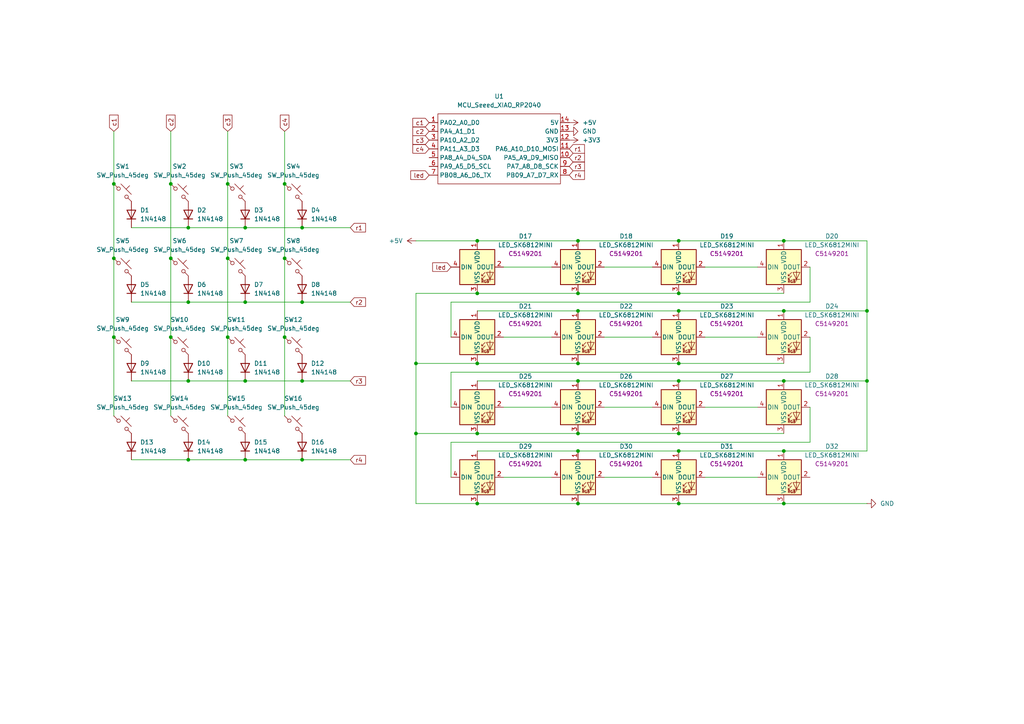
<source format=kicad_sch>
(kicad_sch (version 20250114) (generator "eeschema") (generator_version "9.0")
  (paper "A4")
  (lib_symbols
    (symbol "Diode:1N4148" (pin_numbers (hide yes)) (pin_names (hide yes))
      (property "Reference" "D" (at 0 2.54 0))
      (property "Value" "1N4148" (at 0 -2.54 0))
      (symbol "1N4148_0_1"
        (polyline (pts (xy -1.27 1.27) (xy -1.27 -1.27)) (stroke (width 0.254)))
        (polyline (pts (xy 1.27 1.27) (xy 1.27 -1.27) (xy -1.27 0) (xy 1.27 1.27)) (stroke (width 0.254)))
        (polyline (pts (xy 1.27 0) (xy -1.27 0)))
      )
      (symbol "1N4148_1_1"
        (pin passive line (at -3.81 0 0) (length 2.54) (name "K") (number "1"))
        (pin passive line (at 3.81 0 180) (length 2.54) (name "A") (number "2"))
      )
    )
    (symbol "ScottoKeebs:LED_SK6812MINI" (pin_names (offset 0.254))
      (property "Reference" "D" (at 2.032 5.588 0))
      (property "Value" "LED_SK6812MINI" (at 1.27 -5.715 0))
      (property "LCSC" "C5149201" (at 0 0 0))
      (symbol "LED_SK6812MINI_0_0"
        (text "RGB" (at 2.286 -4.191 0) (effects (font (size 0.762 0.762))))
      )
      (symbol "LED_SK6812MINI_0_1"
        (rectangle (start -5.08 5.08) (end 5.08 -5.08) (stroke (width 0.254)) (fill (type background)))
        (polyline (pts (xy 1.27 -2.54) (xy 1.778 -2.54)))
        (polyline (pts (xy 1.27 -3.556) (xy 1.778 -3.556)))
        (polyline (pts (xy 2.286 -1.524) (xy 1.27 -2.54) (xy 1.27 -2.032)))
        (polyline (pts (xy 2.286 -2.54) (xy 1.27 -3.556) (xy 1.27 -3.048)))
        (polyline (pts (xy 3.683 -1.016) (xy 3.683 -3.556) (xy 3.683 -4.064)))
        (polyline (pts (xy 4.699 -1.524) (xy 2.667 -1.524) (xy 3.683 -3.556) (xy 4.699 -1.524)))
        (polyline (pts (xy 4.699 -3.556) (xy 2.667 -3.556)))
      )
      (symbol "LED_SK6812MINI_1_1"
        (pin input line (at -7.62 0 0) (length 2.54) (name "DIN") (number "4"))
        (pin power_in line (at 0 7.62 270) (length 2.54) (name "VDD") (number "1"))
        (pin power_in line (at 0 -7.62 90) (length 2.54) (name "VSS") (number "3"))
        (pin output line (at 7.62 0 180) (length 2.54) (name "DOUT") (number "2"))
      )
    )
    (symbol "ScottoKeebs:MCU_Seeed_XIAO_RP2040"
      (property "Reference" "U" (at -16.51 11.43 0))
      (property "Value" "MCU_Seeed_XIAO_RP2040" (at -3.81 -11.43 0))
      (symbol "MCU_Seeed_XIAO_RP2040_0_1"
        (rectangle (start -16.51 10.16) (end 19.05 -10.16))
      )
      (symbol "MCU_Seeed_XIAO_RP2040_1_1"
        (pin passive line (at -19.05 7.62 0) (length 2.54) (name "PA02_A0_D0") (number "1"))
        (pin passive line (at -19.05 5.08 0) (length 2.54) (name "PA4_A1_D1") (number "2"))
        (pin passive line (at -19.05 2.54 0) (length 2.54) (name "PA10_A2_D2") (number "3"))
        (pin passive line (at -19.05 0 0) (length 2.54) (name "PA11_A3_D3") (number "4"))
        (pin passive line (at -19.05 -2.54 0) (length 2.54) (name "PA8_A4_D4_SDA") (number "5"))
        (pin passive line (at -19.05 -5.08 0) (length 2.54) (name "PA9_A5_D5_SCL") (number "6"))
        (pin passive line (at -19.05 -7.62 0) (length 2.54) (name "PB08_A6_D6_TX") (number "7"))
        (pin passive line (at 21.59 7.62 180) (length 2.54) (name "5V") (number "14"))
        (pin passive line (at 21.59 5.08 180) (length 2.54) (name "GND") (number "13"))
        (pin passive line (at 21.59 2.54 180) (length 2.54) (name "3V3") (number "12"))
        (pin passive line (at 21.59 0 180) (length 2.54) (name "PA6_A10_D10_MOSI") (number "11"))
        (pin passive line (at 21.59 -2.54 180) (length 2.54) (name "PA5_A9_D9_MISO") (number "10"))
        (pin passive line (at 21.59 -5.08 180) (length 2.54) (name "PA7_A8_D8_SCK") (number "9"))
        (pin passive line (at 21.59 -7.62 180) (length 2.54) (name "PB09_A7_D7_RX") (number "8"))
      )
    )
    (symbol "Switch:SW_Push_45deg" (pin_numbers (hide yes)) (pin_names (offset 1.016) (hide yes))
      (property "Reference" "SW" (at 3.048 1.016 0))
      (property "Value" "SW_Push_45deg" (at 0 -3.81 0))
      (symbol "SW_Push_45deg_0_1"
        (polyline (pts (xy -2.54 2.54) (xy -1.524 1.524) (xy -1.524 1.524)))
        (circle (center -1.1684 1.1684) (radius 0.508))
        (polyline (pts (xy -0.508 2.54) (xy 2.54 -0.508)))
        (polyline (pts (xy 1.016 1.016) (xy 2.032 2.032)))
        (circle (center 1.143 -1.1938) (radius 0.508))
        (polyline (pts (xy 1.524 -1.524) (xy 2.54 -2.54) (xy 2.54 -2.54) (xy 2.54 -2.54)))
        (pin passive line (at -2.54 2.54 0) (length 0) (name "1") (number "1"))
        (pin passive line (at 2.54 -2.54 180) (length 0) (name "2") (number "2"))
      )
    )
    (symbol "power:+3V3" (power) (pin_numbers (hide yes)) (pin_names (offset 0) (hide yes))
      (property "Value" "+3V3" (at 0 3.556 0))
      (symbol "+3V3_0_1"
        (polyline (pts (xy -0.762 1.27) (xy 0 2.54)))
        (polyline (pts (xy 0 2.54) (xy 0.762 1.27)))
        (polyline (pts (xy 0 0) (xy 0 2.54)))
      )
      (symbol "+3V3_1_1"
        (pin power_in line (at 0 0 90) (length 0) (name "~") (number "1"))
      )
    )
    (symbol "power:+5V" (power) (pin_numbers (hide yes)) (pin_names (offset 0) (hide yes))
      (property "Value" "+5V" (at 0 3.556 0))
      (symbol "+5V_0_1"
        (polyline (pts (xy -0.762 1.27) (xy 0 2.54)))
        (polyline (pts (xy 0 2.54) (xy 0.762 1.27)))
        (polyline (pts (xy 0 0) (xy 0 2.54)))
      )
      (symbol "+5V_1_1"
        (pin power_in line (at 0 0 90) (length 0) (name "~") (number "1"))
      )
    )
    (symbol "power:GND" (power) (pin_numbers (hide yes)) (pin_names (offset 0) (hide yes))
      (property "Value" "GND" (at 0 -3.81 0))
      (symbol "GND_0_1"
        (polyline (pts (xy 0 0) (xy 0 -1.27) (xy 1.27 -1.27) (xy 0 -2.54) (xy -1.27 -1.27) (xy 0 -1.27)))
      )
      (symbol "GND_1_1"
        (pin power_in line (at 0 0 270) (length 0) (name "~") (number "1"))
      )
    )
  )
  (junction (at 33.02 53.34))
  (junction (at 87.63 87.63))
  (junction (at 138.43 125.73))
  (junction (at 54.61 110.49))
  (junction (at 251.46 110.49))
  (junction (at 33.02 97.79))
  (junction (at 66.04 74.93))
  (junction (at 196.85 125.73))
  (junction (at 227.33 146.05))
  (junction (at 120.65 125.73))
  (junction (at 87.63 66.04))
  (junction (at 82.55 97.79))
  (junction (at 167.64 69.85))
  (junction (at 120.65 105.41))
  (junction (at 167.64 105.41))
  (junction (at 49.53 74.93))
  (junction (at 167.64 146.05))
  (junction (at 196.85 146.05))
  (junction (at 54.61 87.63))
  (junction (at 227.33 90.17))
  (junction (at 33.02 74.93))
  (junction (at 167.64 90.17))
  (junction (at 196.85 69.85))
  (junction (at 138.43 146.05))
  (junction (at 71.12 66.04))
  (junction (at 196.85 85.09))
  (junction (at 138.43 105.41))
  (junction (at 71.12 110.49))
  (junction (at 227.33 130.81))
  (junction (at 167.64 110.49))
  (junction (at 167.64 85.09))
  (junction (at 49.53 53.34))
  (junction (at 227.33 69.85))
  (junction (at 227.33 110.49))
  (junction (at 71.12 87.63))
  (junction (at 196.85 90.17))
  (junction (at 54.61 66.04))
  (junction (at 71.12 133.35))
  (junction (at 196.85 130.81))
  (junction (at 196.85 110.49))
  (junction (at 196.85 105.41))
  (junction (at 167.64 125.73))
  (junction (at 82.55 53.34))
  (junction (at 167.64 130.81))
  (junction (at 82.55 74.93))
  (junction (at 66.04 53.34))
  (junction (at 138.43 69.85))
  (junction (at 87.63 110.49))
  (junction (at 251.46 90.17))
  (junction (at 138.43 85.09))
  (junction (at 87.63 133.35))
  (junction (at 49.53 97.79))
  (junction (at 54.61 133.35))
  (junction (at 66.04 97.79))
  (wire (pts (xy 234.95 107.95) (xy 130.81 107.95)))
  (wire (pts (xy 138.43 125.73) (xy 120.65 125.73)))
  (wire (pts (xy 120.65 105.41) (xy 138.43 105.41)))
  (wire (pts (xy 130.81 87.63) (xy 234.95 87.63)))
  (wire (pts (xy 82.55 38.1) (xy 82.55 53.34)))
  (wire (pts (xy 130.81 97.79) (xy 130.81 87.63)))
  (wire (pts (xy 138.43 110.49) (xy 167.64 110.49)))
  (wire (pts (xy 234.95 87.63) (xy 234.95 77.47)))
  (wire (pts (xy 196.85 110.49) (xy 227.33 110.49)))
  (wire (pts (xy 196.85 85.09) (xy 167.64 85.09)))
  (wire (pts (xy 120.65 125.73) (xy 120.65 105.41)))
  (wire (pts (xy 227.33 125.73) (xy 196.85 125.73)))
  (wire (pts (xy 227.33 110.49) (xy 251.46 110.49)))
  (wire (pts (xy 196.85 69.85) (xy 167.64 69.85)))
  (wire (pts (xy 204.47 138.43) (xy 219.71 138.43)))
  (wire (pts (xy 130.81 138.43) (xy 130.81 128.27)))
  (wire (pts (xy 38.1 87.63) (xy 54.61 87.63)))
  (wire (pts (xy 175.26 138.43) (xy 189.23 138.43)))
  (wire (pts (xy 66.04 38.1) (xy 66.04 53.34)))
  (wire (pts (xy 227.33 146.05) (xy 251.46 146.05)))
  (wire (pts (xy 196.85 90.17) (xy 227.33 90.17)))
  (wire (pts (xy 66.04 74.93) (xy 66.04 97.79)))
  (wire (pts (xy 49.53 74.93) (xy 49.53 97.79)))
  (wire (pts (xy 54.61 110.49) (xy 71.12 110.49)))
  (wire (pts (xy 175.26 97.79) (xy 189.23 97.79)))
  (wire (pts (xy 49.53 38.1) (xy 49.53 53.34)))
  (wire (pts (xy 167.64 69.85) (xy 138.43 69.85)))
  (wire (pts (xy 234.95 97.79) (xy 234.95 107.95)))
  (wire (pts (xy 204.47 118.11) (xy 219.71 118.11)))
  (wire (pts (xy 130.81 128.27) (xy 234.95 128.27)))
  (wire (pts (xy 175.26 77.47) (xy 189.23 77.47)))
  (wire (pts (xy 87.63 66.04) (xy 101.6 66.04)))
  (wire (pts (xy 227.33 130.81) (xy 251.46 130.81)))
  (wire (pts (xy 146.05 138.43) (xy 160.02 138.43)))
  (wire (pts (xy 33.02 74.93) (xy 33.02 97.79)))
  (wire (pts (xy 196.85 130.81) (xy 227.33 130.81)))
  (wire (pts (xy 54.61 66.04) (xy 71.12 66.04)))
  (wire (pts (xy 82.55 74.93) (xy 82.55 97.79)))
  (wire (pts (xy 87.63 133.35) (xy 101.6 133.35)))
  (wire (pts (xy 138.43 105.41) (xy 167.64 105.41)))
  (wire (pts (xy 138.43 130.81) (xy 167.64 130.81)))
  (wire (pts (xy 54.61 133.35) (xy 71.12 133.35)))
  (wire (pts (xy 167.64 90.17) (xy 196.85 90.17)))
  (wire (pts (xy 251.46 69.85) (xy 227.33 69.85)))
  (wire (pts (xy 167.64 110.49) (xy 196.85 110.49)))
  (wire (pts (xy 227.33 146.05) (xy 196.85 146.05)))
  (wire (pts (xy 33.02 97.79) (xy 33.02 120.65)))
  (wire (pts (xy 71.12 87.63) (xy 87.63 87.63)))
  (wire (pts (xy 71.12 133.35) (xy 87.63 133.35)))
  (wire (pts (xy 38.1 133.35) (xy 54.61 133.35)))
  (wire (pts (xy 130.81 107.95) (xy 130.81 118.11)))
  (wire (pts (xy 234.95 128.27) (xy 234.95 118.11)))
  (wire (pts (xy 175.26 118.11) (xy 189.23 118.11)))
  (wire (pts (xy 87.63 87.63) (xy 101.6 87.63)))
  (wire (pts (xy 138.43 146.05) (xy 120.65 146.05)))
  (wire (pts (xy 38.1 110.49) (xy 54.61 110.49)))
  (wire (pts (xy 146.05 77.47) (xy 160.02 77.47)))
  (wire (pts (xy 87.63 110.49) (xy 101.6 110.49)))
  (wire (pts (xy 38.1 66.04) (xy 54.61 66.04)))
  (wire (pts (xy 82.55 53.34) (xy 82.55 74.93)))
  (wire (pts (xy 33.02 53.34) (xy 33.02 74.93)))
  (wire (pts (xy 204.47 97.79) (xy 219.71 97.79)))
  (wire (pts (xy 33.02 38.1) (xy 33.02 53.34)))
  (wire (pts (xy 227.33 85.09) (xy 196.85 85.09)))
  (wire (pts (xy 167.64 85.09) (xy 138.43 85.09)))
  (wire (pts (xy 251.46 90.17) (xy 251.46 110.49)))
  (wire (pts (xy 120.65 69.85) (xy 138.43 69.85)))
  (wire (pts (xy 204.47 77.47) (xy 219.71 77.47)))
  (wire (pts (xy 71.12 110.49) (xy 87.63 110.49)))
  (wire (pts (xy 66.04 97.79) (xy 66.04 120.65)))
  (wire (pts (xy 146.05 97.79) (xy 160.02 97.79)))
  (wire (pts (xy 196.85 125.73) (xy 167.64 125.73)))
  (wire (pts (xy 54.61 87.63) (xy 71.12 87.63)))
  (wire (pts (xy 196.85 105.41) (xy 227.33 105.41)))
  (wire (pts (xy 167.64 125.73) (xy 138.43 125.73)))
  (wire (pts (xy 49.53 97.79) (xy 49.53 120.65)))
  (wire (pts (xy 167.64 130.81) (xy 196.85 130.81)))
  (wire (pts (xy 49.53 53.34) (xy 49.53 74.93)))
  (wire (pts (xy 138.43 85.09) (xy 120.65 85.09)))
  (wire (pts (xy 251.46 110.49) (xy 251.46 130.81)))
  (wire (pts (xy 82.55 97.79) (xy 82.55 120.65)))
  (wire (pts (xy 227.33 90.17) (xy 251.46 90.17)))
  (wire (pts (xy 146.05 118.11) (xy 160.02 118.11)))
  (wire (pts (xy 167.64 146.05) (xy 138.43 146.05)))
  (wire (pts (xy 66.04 53.34) (xy 66.04 74.93)))
  (wire (pts (xy 167.64 105.41) (xy 196.85 105.41)))
  (wire (pts (xy 120.65 146.05) (xy 120.65 125.73)))
  (wire (pts (xy 251.46 69.85) (xy 251.46 90.17)))
  (wire (pts (xy 71.12 66.04) (xy 87.63 66.04)))
  (wire (pts (xy 196.85 146.05) (xy 167.64 146.05)))
  (wire (pts (xy 120.65 85.09) (xy 120.65 105.41)))
  (wire (pts (xy 227.33 69.85) (xy 196.85 69.85)))
  (wire (pts (xy 138.43 90.17) (xy 167.64 90.17)))
  (global_label "c1" (shape input) (at 124.46 35.56 180) (property "Intersheetrefs" "${INTERSHEET_REFS}" (effects (hide yes))))
  (global_label "c4" (shape input) (at 124.46 43.18 180) (property "Intersheetrefs" "${INTERSHEET_REFS}" (effects (hide yes))))
  (global_label "led" (shape input) (at 124.46 50.8 180) (property "Intersheetrefs" "${INTERSHEET_REFS}" (effects (hide yes))))
  (global_label "c2" (shape input) (at 124.46 38.1 180) (property "Intersheetrefs" "${INTERSHEET_REFS}" (effects (hide yes))))
  (global_label "led" (shape input) (at 130.81 77.47 180) (property "Intersheetrefs" "${INTERSHEET_REFS}" (effects (hide yes))))
  (global_label "c3" (shape input) (at 66.04 38.1 90) (property "Intersheetrefs" "${INTERSHEET_REFS}" (effects (hide yes))))
  (global_label "r1" (shape input) (at 165.1 43.18 0) (property "Intersheetrefs" "${INTERSHEET_REFS}" (effects (hide yes))))
  (global_label "r3" (shape input) (at 101.6 110.49 0) (property "Intersheetrefs" "${INTERSHEET_REFS}" (effects (hide yes))))
  (global_label "c1" (shape input) (at 33.02 38.1 90) (property "Intersheetrefs" "${INTERSHEET_REFS}" (effects (hide yes))))
  (global_label "r4" (shape input) (at 165.1 50.8 0) (property "Intersheetrefs" "${INTERSHEET_REFS}" (effects (hide yes))))
  (global_label "r3" (shape input) (at 165.1 48.26 0) (property "Intersheetrefs" "${INTERSHEET_REFS}" (effects (hide yes))))
  (global_label "r1" (shape input) (at 101.6 66.04 0) (property "Intersheetrefs" "${INTERSHEET_REFS}" (effects (hide yes))))
  (global_label "c4" (shape input) (at 82.55 38.1 90) (property "Intersheetrefs" "${INTERSHEET_REFS}" (effects (hide yes))))
  (global_label "r4" (shape input) (at 101.6 133.35 0) (property "Intersheetrefs" "${INTERSHEET_REFS}" (effects (hide yes))))
  (global_label "c2" (shape input) (at 49.53 38.1 90) (property "Intersheetrefs" "${INTERSHEET_REFS}" (effects (hide yes))))
  (global_label "c3" (shape input) (at 124.46 40.64 180) (property "Intersheetrefs" "${INTERSHEET_REFS}" (effects (hide yes))))
  (global_label "r2" (shape input) (at 101.6 87.63 0) (property "Intersheetrefs" "${INTERSHEET_REFS}" (effects (hide yes))))
  (global_label "r2" (shape input) (at 165.1 45.72 0) (property "Intersheetrefs" "${INTERSHEET_REFS}" (effects (hide yes))))
  (symbol (lib_id "ScottoKeebs:LED_SK6812MINI") (at 196.85 97.79 0) (unit 1)
    (property "Reference" "D23" (at 210.82 88.8298 0))
    (property "Value" "LED_SK6812MINI" (at 210.82 91.3698 0))
    (property "Footprint" "ScottoKeebs_Components:LED_SK6812MINI" (effects (hide yes)))
    (property "Datasheet" "https://cdn-shop.adafruit.com/product-files/2686/SK6812MINI_REV.01-1-2.pdf" (effects (hide yes)))
    (property "Description" "RGB LED with integrated controller" (effects (hide yes)))
    (property "LCSC" "C5149201" (at 210.82 93.9098 0))
  )
  (symbol (lib_id "Diode:1N4148") (at 38.1 129.54 90) (unit 1)
    (property "Reference" "D13" (at 40.64 128.2699 90) (effects (justify right)))
    (property "Value" "1N4148" (at 40.64 130.8099 90) (effects (justify right)))
    (property "Footprint" "ScottoKeebs_Components:Diode_SOD-123" (effects (hide yes)))
    (property "Datasheet" "https://assets.nexperia.com/documents/data-sheet/1N4148_1N4448.pdf" (effects (hide yes)))
    (property "Description" "100V 0.15A standard switching diode, DO-35" (effects (hide yes)))
    (property "Sim.Device" "D" (effects (hide yes)))
    (property "Sim.Pins" "1=K 2=A" (effects (hide yes)))
  )
  (symbol (lib_id "Diode:1N4148") (at 54.61 129.54 90) (unit 1)
    (property "Reference" "D14" (at 57.15 128.2699 90) (effects (justify right)))
    (property "Value" "1N4148" (at 57.15 130.8099 90) (effects (justify right)))
    (property "Footprint" "ScottoKeebs_Components:Diode_SOD-123" (effects (hide yes)))
    (property "Datasheet" "https://assets.nexperia.com/documents/data-sheet/1N4148_1N4448.pdf" (effects (hide yes)))
    (property "Description" "100V 0.15A standard switching diode, DO-35" (effects (hide yes)))
    (property "Sim.Device" "D" (effects (hide yes)))
    (property "Sim.Pins" "1=K 2=A" (effects (hide yes)))
  )
  (symbol (lib_id "Diode:1N4148") (at 87.63 106.68 90) (unit 1)
    (property "Reference" "D12" (at 90.17 105.4099 90) (effects (justify right)))
    (property "Value" "1N4148" (at 90.17 107.9499 90) (effects (justify right)))
    (property "Footprint" "ScottoKeebs_Components:Diode_SOD-123" (effects (hide yes)))
    (property "Datasheet" "https://assets.nexperia.com/documents/data-sheet/1N4148_1N4448.pdf" (effects (hide yes)))
    (property "Description" "100V 0.15A standard switching diode, DO-35" (effects (hide yes)))
    (property "Sim.Device" "D" (effects (hide yes)))
    (property "Sim.Pins" "1=K 2=A" (effects (hide yes)))
  )
  (symbol (lib_id "ScottoKeebs:LED_SK6812MINI") (at 167.64 138.43 0) (unit 1)
    (property "Reference" "D30" (at 181.61 129.4698 0))
    (property "Value" "LED_SK6812MINI" (at 181.61 132.0098 0))
    (property "Footprint" "ScottoKeebs_Components:LED_SK6812MINI" (effects (hide yes)))
    (property "Datasheet" "https://cdn-shop.adafruit.com/product-files/2686/SK6812MINI_REV.01-1-2.pdf" (effects (hide yes)))
    (property "Description" "RGB LED with integrated controller" (effects (hide yes)))
    (property "LCSC" "C5149201" (at 181.61 134.5498 0))
  )
  (symbol (lib_id "power:GND") (at 165.1 38.1 90) (unit 1)
    (property "Reference" "#PWR02" (effects (hide yes)))
    (property "Value" "GND" (at 168.91 38.0999 90) (effects (justify right)))
    (property "Description" "Power symbol creates a global label with name \"GND\" , ground" (effects (hide yes)))
  )
  (symbol (lib_id "Diode:1N4148") (at 38.1 62.23 90) (unit 1)
    (property "Reference" "D1" (at 40.64 60.9599 90) (effects (justify right)))
    (property "Value" "1N4148" (at 40.64 63.4999 90) (effects (justify right)))
    (property "Footprint" "ScottoKeebs_Components:Diode_SOD-123" (effects (hide yes)))
    (property "Datasheet" "https://assets.nexperia.com/documents/data-sheet/1N4148_1N4448.pdf" (effects (hide yes)))
    (property "Description" "100V 0.15A standard switching diode, DO-35" (effects (hide yes)))
    (property "Sim.Device" "D" (effects (hide yes)))
    (property "Sim.Pins" "1=K 2=A" (effects (hide yes)))
  )
  (symbol (lib_id "Switch:SW_Push_45deg") (at 68.58 77.47 0) (unit 1)
    (property "Reference" "SW7" (at 68.58 69.85 0))
    (property "Value" "SW_Push_45deg" (at 68.58 72.39 0))
    (property "Footprint" "Button_Switch_Keyboard:SW_Cherry_MX_1.00u_PCB" (effects (hide yes)))
    (property "Description" "Push button switch, normally open, two pins, 45° tilted" (effects (hide yes)))
  )
  (symbol (lib_id "Switch:SW_Push_45deg") (at 35.56 100.33 0) (unit 1)
    (property "Reference" "SW9" (at 35.56 92.71 0))
    (property "Value" "SW_Push_45deg" (at 35.56 95.25 0))
    (property "Footprint" "Button_Switch_Keyboard:SW_Cherry_MX_1.00u_PCB" (effects (hide yes)))
    (property "Description" "Push button switch, normally open, two pins, 45° tilted" (effects (hide yes)))
  )
  (symbol (lib_id "Switch:SW_Push_45deg") (at 85.09 100.33 0) (unit 1)
    (property "Reference" "SW12" (at 85.09 92.71 0))
    (property "Value" "SW_Push_45deg" (at 85.09 95.25 0))
    (property "Footprint" "Button_Switch_Keyboard:SW_Cherry_MX_1.00u_PCB" (effects (hide yes)))
    (property "Description" "Push button switch, normally open, two pins, 45° tilted" (effects (hide yes)))
  )
  (symbol (lib_id "ScottoKeebs:LED_SK6812MINI") (at 227.33 97.79 0) (unit 1)
    (property "Reference" "D24" (at 241.3 88.8298 0))
    (property "Value" "LED_SK6812MINI" (at 241.3 91.3698 0))
    (property "Footprint" "ScottoKeebs_Components:LED_SK6812MINI" (effects (hide yes)))
    (property "Datasheet" "https://cdn-shop.adafruit.com/product-files/2686/SK6812MINI_REV.01-1-2.pdf" (effects (hide yes)))
    (property "Description" "RGB LED with integrated controller" (effects (hide yes)))
    (property "LCSC" "C5149201" (at 241.3 93.9098 0))
  )
  (symbol (lib_id "Switch:SW_Push_45deg") (at 35.56 77.47 0) (unit 1)
    (property "Reference" "SW5" (at 35.56 69.85 0))
    (property "Value" "SW_Push_45deg" (at 35.56 72.39 0))
    (property "Footprint" "Button_Switch_Keyboard:SW_Cherry_MX_1.00u_PCB" (effects (hide yes)))
    (property "Description" "Push button switch, normally open, two pins, 45° tilted" (effects (hide yes)))
  )
  (symbol (lib_id "ScottoKeebs:LED_SK6812MINI") (at 138.43 77.47 0) (unit 1)
    (property "Reference" "D17" (at 152.4 68.5098 0))
    (property "Value" "LED_SK6812MINI" (at 152.4 71.0498 0))
    (property "Footprint" "ScottoKeebs_Components:LED_SK6812MINI" (effects (hide yes)))
    (property "Datasheet" "https://cdn-shop.adafruit.com/product-files/2686/SK6812MINI_REV.01-1-2.pdf" (effects (hide yes)))
    (property "Description" "RGB LED with integrated controller" (effects (hide yes)))
    (property "LCSC" "C5149201" (at 152.4 73.5898 0))
  )
  (symbol (lib_id "Diode:1N4148") (at 87.63 83.82 90) (unit 1)
    (property "Reference" "D8" (at 90.17 82.5499 90) (effects (justify right)))
    (property "Value" "1N4148" (at 90.17 85.0899 90) (effects (justify right)))
    (property "Footprint" "ScottoKeebs_Components:Diode_SOD-123" (effects (hide yes)))
    (property "Datasheet" "https://assets.nexperia.com/documents/data-sheet/1N4148_1N4448.pdf" (effects (hide yes)))
    (property "Description" "100V 0.15A standard switching diode, DO-35" (effects (hide yes)))
    (property "Sim.Device" "D" (effects (hide yes)))
    (property "Sim.Pins" "1=K 2=A" (effects (hide yes)))
  )
  (symbol (lib_id "ScottoKeebs:LED_SK6812MINI") (at 196.85 77.47 0) (unit 1)
    (property "Reference" "D19" (at 210.82 68.5098 0))
    (property "Value" "LED_SK6812MINI" (at 210.82 71.0498 0))
    (property "Footprint" "ScottoKeebs_Components:LED_SK6812MINI" (effects (hide yes)))
    (property "Datasheet" "https://cdn-shop.adafruit.com/product-files/2686/SK6812MINI_REV.01-1-2.pdf" (effects (hide yes)))
    (property "Description" "RGB LED with integrated controller" (effects (hide yes)))
    (property "LCSC" "C5149201" (at 210.82 73.5898 0))
  )
  (symbol (lib_id "Switch:SW_Push_45deg") (at 52.07 123.19 0) (unit 1)
    (property "Reference" "SW14" (at 52.07 115.57 0))
    (property "Value" "SW_Push_45deg" (at 52.07 118.11 0))
    (property "Footprint" "Button_Switch_Keyboard:SW_Cherry_MX_1.00u_PCB" (effects (hide yes)))
    (property "Description" "Push button switch, normally open, two pins, 45° tilted" (effects (hide yes)))
  )
  (symbol (lib_id "power:+5V") (at 120.65 69.85 90) (unit 1)
    (property "Reference" "#PWR04" (effects (hide yes)))
    (property "Value" "+5V" (at 116.84 69.8499 90) (effects (justify left)))
    (property "Description" "Power symbol creates a global label with name \"+5V\"" (effects (hide yes)))
  )
  (symbol (lib_id "ScottoKeebs:MCU_Seeed_XIAO_RP2040") (at 143.51 43.18 0) (unit 1)
    (property "Reference" "U1" (at 144.78 27.94 0))
    (property "Value" "MCU_Seeed_XIAO_RP2040" (at 144.78 30.48 0))
    (property "Footprint" "Seeed Studio XIAO Series Library:XIAO-RP2040-DIP" (effects (hide yes)))
  )
  (symbol (lib_id "Diode:1N4148") (at 87.63 129.54 90) (unit 1)
    (property "Reference" "D16" (at 90.17 128.2699 90) (effects (justify right)))
    (property "Value" "1N4148" (at 90.17 130.8099 90) (effects (justify right)))
    (property "Footprint" "ScottoKeebs_Components:Diode_SOD-123" (effects (hide yes)))
    (property "Datasheet" "https://assets.nexperia.com/documents/data-sheet/1N4148_1N4448.pdf" (effects (hide yes)))
    (property "Description" "100V 0.15A standard switching diode, DO-35" (effects (hide yes)))
    (property "Sim.Device" "D" (effects (hide yes)))
    (property "Sim.Pins" "1=K 2=A" (effects (hide yes)))
  )
  (symbol (lib_id "ScottoKeebs:LED_SK6812MINI") (at 167.64 77.47 0) (unit 1)
    (property "Reference" "D18" (at 181.61 68.5098 0))
    (property "Value" "LED_SK6812MINI" (at 181.61 71.0498 0))
    (property "Footprint" "ScottoKeebs_Components:LED_SK6812MINI" (effects (hide yes)))
    (property "Datasheet" "https://cdn-shop.adafruit.com/product-files/2686/SK6812MINI_REV.01-1-2.pdf" (effects (hide yes)))
    (property "Description" "RGB LED with integrated controller" (effects (hide yes)))
    (property "LCSC" "C5149201" (at 181.61 73.5898 0))
  )
  (symbol (lib_id "ScottoKeebs:LED_SK6812MINI") (at 167.64 118.11 0) (unit 1)
    (property "Reference" "D26" (at 181.61 109.1498 0))
    (property "Value" "LED_SK6812MINI" (at 181.61 111.6898 0))
    (property "Footprint" "ScottoKeebs_Components:LED_SK6812MINI" (effects (hide yes)))
    (property "Datasheet" "https://cdn-shop.adafruit.com/product-files/2686/SK6812MINI_REV.01-1-2.pdf" (effects (hide yes)))
    (property "Description" "RGB LED with integrated controller" (effects (hide yes)))
    (property "LCSC" "C5149201" (at 181.61 114.2298 0))
  )
  (symbol (lib_id "Diode:1N4148") (at 71.12 129.54 90) (unit 1)
    (property "Reference" "D15" (at 73.66 128.2699 90) (effects (justify right)))
    (property "Value" "1N4148" (at 73.66 130.8099 90) (effects (justify right)))
    (property "Footprint" "ScottoKeebs_Components:Diode_SOD-123" (effects (hide yes)))
    (property "Datasheet" "https://assets.nexperia.com/documents/data-sheet/1N4148_1N4448.pdf" (effects (hide yes)))
    (property "Description" "100V 0.15A standard switching diode, DO-35" (effects (hide yes)))
    (property "Sim.Device" "D" (effects (hide yes)))
    (property "Sim.Pins" "1=K 2=A" (effects (hide yes)))
  )
  (symbol (lib_id "ScottoKeebs:LED_SK6812MINI") (at 227.33 138.43 0) (unit 1)
    (property "Reference" "D32" (at 241.3 129.4698 0))
    (property "Value" "LED_SK6812MINI" (at 241.3 132.0098 0))
    (property "Footprint" "ScottoKeebs_Components:LED_SK6812MINI" (effects (hide yes)))
    (property "Datasheet" "https://cdn-shop.adafruit.com/product-files/2686/SK6812MINI_REV.01-1-2.pdf" (effects (hide yes)))
    (property "Description" "RGB LED with integrated controller" (effects (hide yes)))
    (property "LCSC" "C5149201" (at 241.3 134.5498 0))
  )
  (symbol (lib_id "ScottoKeebs:LED_SK6812MINI") (at 167.64 97.79 0) (unit 1)
    (property "Reference" "D22" (at 181.61 88.8298 0))
    (property "Value" "LED_SK6812MINI" (at 181.61 91.3698 0))
    (property "Footprint" "ScottoKeebs_Components:LED_SK6812MINI" (effects (hide yes)))
    (property "Datasheet" "https://cdn-shop.adafruit.com/product-files/2686/SK6812MINI_REV.01-1-2.pdf" (effects (hide yes)))
    (property "Description" "RGB LED with integrated controller" (effects (hide yes)))
    (property "LCSC" "C5149201" (at 181.61 93.9098 0))
  )
  (symbol (lib_id "power:+3V3") (at 165.1 40.64 270) (unit 1)
    (property "Reference" "#PWR03" (effects (hide yes)))
    (property "Value" "+3V3" (at 168.91 40.6399 90) (effects (justify left)))
    (property "Description" "Power symbol creates a global label with name \"+3V3\"" (effects (hide yes)))
  )
  (symbol (lib_id "Diode:1N4148") (at 87.63 62.23 90) (unit 1)
    (property "Reference" "D4" (at 90.17 60.9599 90) (effects (justify right)))
    (property "Value" "1N4148" (at 90.17 63.4999 90) (effects (justify right)))
    (property "Footprint" "ScottoKeebs_Components:Diode_SOD-123" (effects (hide yes)))
    (property "Datasheet" "https://assets.nexperia.com/documents/data-sheet/1N4148_1N4448.pdf" (effects (hide yes)))
    (property "Description" "100V 0.15A standard switching diode, DO-35" (effects (hide yes)))
    (property "Sim.Device" "D" (effects (hide yes)))
    (property "Sim.Pins" "1=K 2=A" (effects (hide yes)))
  )
  (symbol (lib_id "Switch:SW_Push_45deg") (at 68.58 100.33 0) (unit 1)
    (property "Reference" "SW11" (at 68.58 92.71 0))
    (property "Value" "SW_Push_45deg" (at 68.58 95.25 0))
    (property "Footprint" "Button_Switch_Keyboard:SW_Cherry_MX_1.00u_PCB" (effects (hide yes)))
    (property "Description" "Push button switch, normally open, two pins, 45° tilted" (effects (hide yes)))
  )
  (symbol (lib_id "Switch:SW_Push_45deg") (at 68.58 123.19 0) (unit 1)
    (property "Reference" "SW15" (at 68.58 115.57 0))
    (property "Value" "SW_Push_45deg" (at 68.58 118.11 0))
    (property "Footprint" "Button_Switch_Keyboard:SW_Cherry_MX_1.00u_PCB" (effects (hide yes)))
    (property "Description" "Push button switch, normally open, two pins, 45° tilted" (effects (hide yes)))
  )
  (symbol (lib_id "Switch:SW_Push_45deg") (at 52.07 55.88 0) (unit 1)
    (property "Reference" "SW2" (at 52.07 48.26 0))
    (property "Value" "SW_Push_45deg" (at 52.07 50.8 0))
    (property "Footprint" "Button_Switch_Keyboard:SW_Cherry_MX_1.00u_PCB" (effects (hide yes)))
    (property "Description" "Push button switch, normally open, two pins, 45° tilted" (effects (hide yes)))
  )
  (symbol (lib_id "Switch:SW_Push_45deg") (at 68.58 55.88 0) (unit 1)
    (property "Reference" "SW3" (at 68.58 48.26 0))
    (property "Value" "SW_Push_45deg" (at 68.58 50.8 0))
    (property "Footprint" "Button_Switch_Keyboard:SW_Cherry_MX_1.00u_PCB" (effects (hide yes)))
    (property "Description" "Push button switch, normally open, two pins, 45° tilted" (effects (hide yes)))
  )
  (symbol (lib_id "Diode:1N4148") (at 38.1 106.68 90) (unit 1)
    (property "Reference" "D9" (at 40.64 105.4099 90) (effects (justify right)))
    (property "Value" "1N4148" (at 40.64 107.9499 90) (effects (justify right)))
    (property "Footprint" "ScottoKeebs_Components:Diode_SOD-123" (effects (hide yes)))
    (property "Datasheet" "https://assets.nexperia.com/documents/data-sheet/1N4148_1N4448.pdf" (effects (hide yes)))
    (property "Description" "100V 0.15A standard switching diode, DO-35" (effects (hide yes)))
    (property "Sim.Device" "D" (effects (hide yes)))
    (property "Sim.Pins" "1=K 2=A" (effects (hide yes)))
  )
  (symbol (lib_id "Switch:SW_Push_45deg") (at 52.07 100.33 0) (unit 1)
    (property "Reference" "SW10" (at 52.07 92.71 0))
    (property "Value" "SW_Push_45deg" (at 52.07 95.25 0))
    (property "Footprint" "Button_Switch_Keyboard:SW_Cherry_MX_1.00u_PCB" (effects (hide yes)))
    (property "Description" "Push button switch, normally open, two pins, 45° tilted" (effects (hide yes)))
  )
  (symbol (lib_id "Switch:SW_Push_45deg") (at 35.56 55.88 0) (unit 1)
    (property "Reference" "SW1" (at 35.56 48.26 0))
    (property "Value" "SW_Push_45deg" (at 35.56 50.8 0))
    (property "Footprint" "Button_Switch_Keyboard:SW_Cherry_MX_1.00u_PCB" (effects (hide yes)))
    (property "Description" "Push button switch, normally open, two pins, 45° tilted" (effects (hide yes)))
  )
  (symbol (lib_id "Diode:1N4148") (at 54.61 106.68 90) (unit 1)
    (property "Reference" "D10" (at 57.15 105.4099 90) (effects (justify right)))
    (property "Value" "1N4148" (at 57.15 107.9499 90) (effects (justify right)))
    (property "Footprint" "ScottoKeebs_Components:Diode_SOD-123" (effects (hide yes)))
    (property "Datasheet" "https://assets.nexperia.com/documents/data-sheet/1N4148_1N4448.pdf" (effects (hide yes)))
    (property "Description" "100V 0.15A standard switching diode, DO-35" (effects (hide yes)))
    (property "Sim.Device" "D" (effects (hide yes)))
    (property "Sim.Pins" "1=K 2=A" (effects (hide yes)))
  )
  (symbol (lib_id "Diode:1N4148") (at 54.61 62.23 90) (unit 1)
    (property "Reference" "D2" (at 57.15 60.9599 90) (effects (justify right)))
    (property "Value" "1N4148" (at 57.15 63.4999 90) (effects (justify right)))
    (property "Footprint" "ScottoKeebs_Components:Diode_SOD-123" (effects (hide yes)))
    (property "Datasheet" "https://assets.nexperia.com/documents/data-sheet/1N4148_1N4448.pdf" (effects (hide yes)))
    (property "Description" "100V 0.15A standard switching diode, DO-35" (effects (hide yes)))
    (property "Sim.Device" "D" (effects (hide yes)))
    (property "Sim.Pins" "1=K 2=A" (effects (hide yes)))
  )
  (symbol (lib_id "Switch:SW_Push_45deg") (at 85.09 55.88 0) (unit 1)
    (property "Reference" "SW4" (at 85.09 48.26 0))
    (property "Value" "SW_Push_45deg" (at 85.09 50.8 0))
    (property "Footprint" "Button_Switch_Keyboard:SW_Cherry_MX_1.00u_PCB" (effects (hide yes)))
    (property "Description" "Push button switch, normally open, two pins, 45° tilted" (effects (hide yes)))
  )
  (symbol (lib_id "power:GND") (at 251.46 146.05 90) (unit 1)
    (property "Reference" "#PWR05" (effects (hide yes)))
    (property "Value" "GND" (at 255.27 146.0499 90) (effects (justify right)))
    (property "Description" "Power symbol creates a global label with name \"GND\" , ground" (effects (hide yes)))
  )
  (symbol (lib_id "Diode:1N4148") (at 71.12 62.23 90) (unit 1)
    (property "Reference" "D3" (at 73.66 60.9599 90) (effects (justify right)))
    (property "Value" "1N4148" (at 73.66 63.4999 90) (effects (justify right)))
    (property "Footprint" "ScottoKeebs_Components:Diode_SOD-123" (effects (hide yes)))
    (property "Datasheet" "https://assets.nexperia.com/documents/data-sheet/1N4148_1N4448.pdf" (effects (hide yes)))
    (property "Description" "100V 0.15A standard switching diode, DO-35" (effects (hide yes)))
    (property "Sim.Device" "D" (effects (hide yes)))
    (property "Sim.Pins" "1=K 2=A" (effects (hide yes)))
  )
  (symbol (lib_id "ScottoKeebs:LED_SK6812MINI") (at 227.33 118.11 0) (unit 1)
    (property "Reference" "D28" (at 241.3 109.1498 0))
    (property "Value" "LED_SK6812MINI" (at 241.3 111.6898 0))
    (property "Footprint" "ScottoKeebs_Components:LED_SK6812MINI" (effects (hide yes)))
    (property "Datasheet" "https://cdn-shop.adafruit.com/product-files/2686/SK6812MINI_REV.01-1-2.pdf" (effects (hide yes)))
    (property "Description" "RGB LED with integrated controller" (effects (hide yes)))
    (property "LCSC" "C5149201" (at 241.3 114.2298 0))
  )
  (symbol (lib_id "power:+5V") (at 165.1 35.56 270) (unit 1)
    (property "Reference" "#PWR01" (effects (hide yes)))
    (property "Value" "+5V" (at 168.91 35.5599 90) (effects (justify left)))
    (property "Description" "Power symbol creates a global label with name \"+5V\"" (effects (hide yes)))
  )
  (symbol (lib_id "Switch:SW_Push_45deg") (at 85.09 123.19 0) (unit 1)
    (property "Reference" "SW16" (at 85.09 115.57 0))
    (property "Value" "SW_Push_45deg" (at 85.09 118.11 0))
    (property "Footprint" "Button_Switch_Keyboard:SW_Cherry_MX_1.00u_PCB" (effects (hide yes)))
    (property "Description" "Push button switch, normally open, two pins, 45° tilted" (effects (hide yes)))
  )
  (symbol (lib_id "Diode:1N4148") (at 71.12 106.68 90) (unit 1)
    (property "Reference" "D11" (at 73.66 105.4099 90) (effects (justify right)))
    (property "Value" "1N4148" (at 73.66 107.9499 90) (effects (justify right)))
    (property "Footprint" "ScottoKeebs_Components:Diode_SOD-123" (effects (hide yes)))
    (property "Datasheet" "https://assets.nexperia.com/documents/data-sheet/1N4148_1N4448.pdf" (effects (hide yes)))
    (property "Description" "100V 0.15A standard switching diode, DO-35" (effects (hide yes)))
    (property "Sim.Device" "D" (effects (hide yes)))
    (property "Sim.Pins" "1=K 2=A" (effects (hide yes)))
  )
  (symbol (lib_id "ScottoKeebs:LED_SK6812MINI") (at 138.43 138.43 0) (unit 1)
    (property "Reference" "D29" (at 152.4 129.4698 0))
    (property "Value" "LED_SK6812MINI" (at 152.4 132.0098 0))
    (property "Footprint" "ScottoKeebs_Components:LED_SK6812MINI" (effects (hide yes)))
    (property "Datasheet" "https://cdn-shop.adafruit.com/product-files/2686/SK6812MINI_REV.01-1-2.pdf" (effects (hide yes)))
    (property "Description" "RGB LED with integrated controller" (effects (hide yes)))
    (property "LCSC" "C5149201" (at 152.4 134.5498 0))
  )
  (symbol (lib_id "ScottoKeebs:LED_SK6812MINI") (at 227.33 77.47 0) (unit 1)
    (property "Reference" "D20" (at 241.3 68.5098 0))
    (property "Value" "LED_SK6812MINI" (at 241.3 71.0498 0))
    (property "Footprint" "ScottoKeebs_Components:LED_SK6812MINI" (effects (hide yes)))
    (property "Datasheet" "https://cdn-shop.adafruit.com/product-files/2686/SK6812MINI_REV.01-1-2.pdf" (effects (hide yes)))
    (property "Description" "RGB LED with integrated controller" (effects (hide yes)))
    (property "LCSC" "C5149201" (at 241.3 73.5898 0))
  )
  (symbol (lib_id "ScottoKeebs:LED_SK6812MINI") (at 196.85 138.43 0) (unit 1)
    (property "Reference" "D31" (at 210.82 129.4698 0))
    (property "Value" "LED_SK6812MINI" (at 210.82 132.0098 0))
    (property "Footprint" "ScottoKeebs_Components:LED_SK6812MINI" (effects (hide yes)))
    (property "Datasheet" "https://cdn-shop.adafruit.com/product-files/2686/SK6812MINI_REV.01-1-2.pdf" (effects (hide yes)))
    (property "Description" "RGB LED with integrated controller" (effects (hide yes)))
    (property "LCSC" "C5149201" (at 210.82 134.5498 0))
  )
  (symbol (lib_id "Diode:1N4148") (at 71.12 83.82 90) (unit 1)
    (property "Reference" "D7" (at 73.66 82.5499 90) (effects (justify right)))
    (property "Value" "1N4148" (at 73.66 85.0899 90) (effects (justify right)))
    (property "Footprint" "ScottoKeebs_Components:Diode_SOD-123" (effects (hide yes)))
    (property "Datasheet" "https://assets.nexperia.com/documents/data-sheet/1N4148_1N4448.pdf" (effects (hide yes)))
    (property "Description" "100V 0.15A standard switching diode, DO-35" (effects (hide yes)))
    (property "Sim.Device" "D" (effects (hide yes)))
    (property "Sim.Pins" "1=K 2=A" (effects (hide yes)))
  )
  (symbol (lib_id "Switch:SW_Push_45deg") (at 35.56 123.19 0) (unit 1)
    (property "Reference" "SW13" (at 35.56 115.57 0))
    (property "Value" "SW_Push_45deg" (at 35.56 118.11 0))
    (property "Footprint" "Button_Switch_Keyboard:SW_Cherry_MX_1.00u_PCB" (effects (hide yes)))
    (property "Description" "Push button switch, normally open, two pins, 45° tilted" (effects (hide yes)))
  )
  (symbol (lib_id "Diode:1N4148") (at 38.1 83.82 90) (unit 1)
    (property "Reference" "D5" (at 40.64 82.5499 90) (effects (justify right)))
    (property "Value" "1N4148" (at 40.64 85.0899 90) (effects (justify right)))
    (property "Footprint" "ScottoKeebs_Components:Diode_SOD-123" (effects (hide yes)))
    (property "Datasheet" "https://assets.nexperia.com/documents/data-sheet/1N4148_1N4448.pdf" (effects (hide yes)))
    (property "Description" "100V 0.15A standard switching diode, DO-35" (effects (hide yes)))
    (property "Sim.Device" "D" (effects (hide yes)))
    (property "Sim.Pins" "1=K 2=A" (effects (hide yes)))
  )
  (symbol (lib_id "ScottoKeebs:LED_SK6812MINI") (at 138.43 118.11 0) (unit 1)
    (property "Reference" "D25" (at 152.4 109.1498 0))
    (property "Value" "LED_SK6812MINI" (at 152.4 111.6898 0))
    (property "Footprint" "ScottoKeebs_Components:LED_SK6812MINI" (effects (hide yes)))
    (property "Datasheet" "https://cdn-shop.adafruit.com/product-files/2686/SK6812MINI_REV.01-1-2.pdf" (effects (hide yes)))
    (property "Description" "RGB LED with integrated controller" (effects (hide yes)))
    (property "LCSC" "C5149201" (at 152.4 114.2298 0))
  )
  (symbol (lib_id "Switch:SW_Push_45deg") (at 85.09 77.47 0) (unit 1)
    (property "Reference" "SW8" (at 85.09 69.85 0))
    (property "Value" "SW_Push_45deg" (at 85.09 72.39 0))
    (property "Footprint" "Button_Switch_Keyboard:SW_Cherry_MX_1.00u_PCB" (effects (hide yes)))
    (property "Description" "Push button switch, normally open, two pins, 45° tilted" (effects (hide yes)))
  )
  (symbol (lib_id "Diode:1N4148") (at 54.61 83.82 90) (unit 1)
    (property "Reference" "D6" (at 57.15 82.5499 90) (effects (justify right)))
    (property "Value" "1N4148" (at 57.15 85.0899 90) (effects (justify right)))
    (property "Footprint" "ScottoKeebs_Components:Diode_SOD-123" (effects (hide yes)))
    (property "Datasheet" "https://assets.nexperia.com/documents/data-sheet/1N4148_1N4448.pdf" (effects (hide yes)))
    (property "Description" "100V 0.15A standard switching diode, DO-35" (effects (hide yes)))
    (property "Sim.Device" "D" (effects (hide yes)))
    (property "Sim.Pins" "1=K 2=A" (effects (hide yes)))
  )
  (symbol (lib_id "Switch:SW_Push_45deg") (at 52.07 77.47 0) (unit 1)
    (property "Reference" "SW6" (at 52.07 69.85 0))
    (property "Value" "SW_Push_45deg" (at 52.07 72.39 0))
    (property "Footprint" "Button_Switch_Keyboard:SW_Cherry_MX_1.00u_PCB" (effects (hide yes)))
    (property "Description" "Push button switch, normally open, two pins, 45° tilted" (effects (hide yes)))
  )
  (symbol (lib_id "ScottoKeebs:LED_SK6812MINI") (at 138.43 97.79 0) (unit 1)
    (property "Reference" "D21" (at 152.4 88.8298 0))
    (property "Value" "LED_SK6812MINI" (at 152.4 91.3698 0))
    (property "Footprint" "ScottoKeebs_Components:LED_SK6812MINI" (effects (hide yes)))
    (property "Datasheet" "https://cdn-shop.adafruit.com/product-files/2686/SK6812MINI_REV.01-1-2.pdf" (effects (hide yes)))
    (property "Description" "RGB LED with integrated controller" (effects (hide yes)))
    (property "LCSC" "C5149201" (at 152.4 93.9098 0))
  )
  (symbol (lib_id "ScottoKeebs:LED_SK6812MINI") (at 196.85 118.11 0) (unit 1)
    (property "Reference" "D27" (at 210.82 109.1498 0))
    (property "Value" "LED_SK6812MINI" (at 210.82 111.6898 0))
    (property "Footprint" "ScottoKeebs_Components:LED_SK6812MINI" (effects (hide yes)))
    (property "Datasheet" "https://cdn-shop.adafruit.com/product-files/2686/SK6812MINI_REV.01-1-2.pdf" (effects (hide yes)))
    (property "Description" "RGB LED with integrated controller" (effects (hide yes)))
    (property "LCSC" "C5149201" (at 210.82 114.2298 0))
  )
)
</source>
